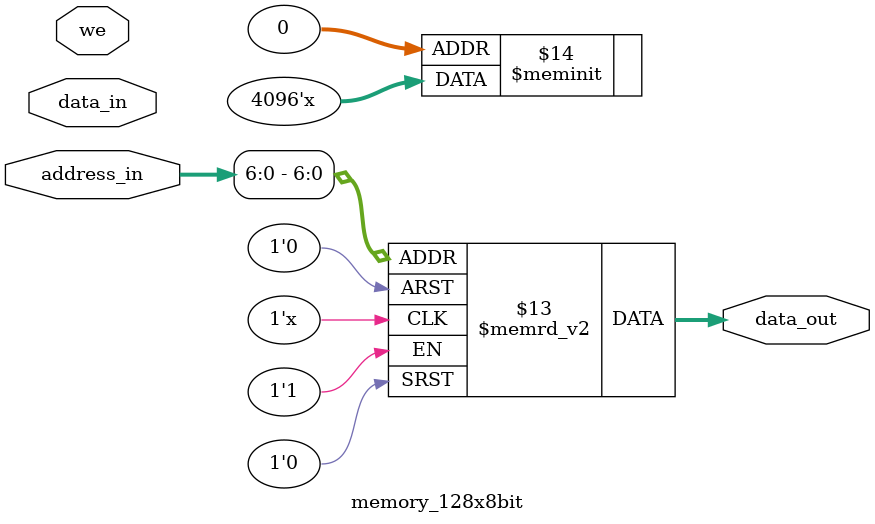
<source format=v>
module memory_128x8bit(
	data_out, 
	data_in, 
	address_in, 
	we
); 
	output reg [31:0] data_out; // input and output should have 32-bit length. 	
	input [31:0] data_in; 
	input [31:0] address_in; 
	input we; 

	reg [31:0] mem[127:0]; 
	
	always @(*) begin 
		if (we) begin 
			mem[address_in] <= data_in; 
		end 
		data_out <= mem[address_in]; 
	end 

endmodule 
</source>
